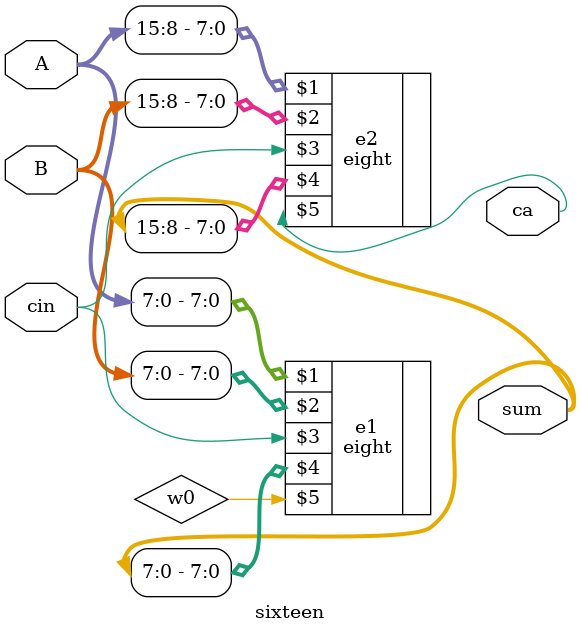
<source format=v>
`include "eight.v"

module sixteen(A,B,cin,sum,ca);
	input [15:0]A,B;
	input cin;
	output [15:0]sum;
	output ca;
	wire w0;
	
	eight e1(A[7:0],B[7:0],cin,sum[7:0],w0);
	eight e2(A[15:8],B[15:8],cin,sum[15:8],ca);
endmodule

</source>
